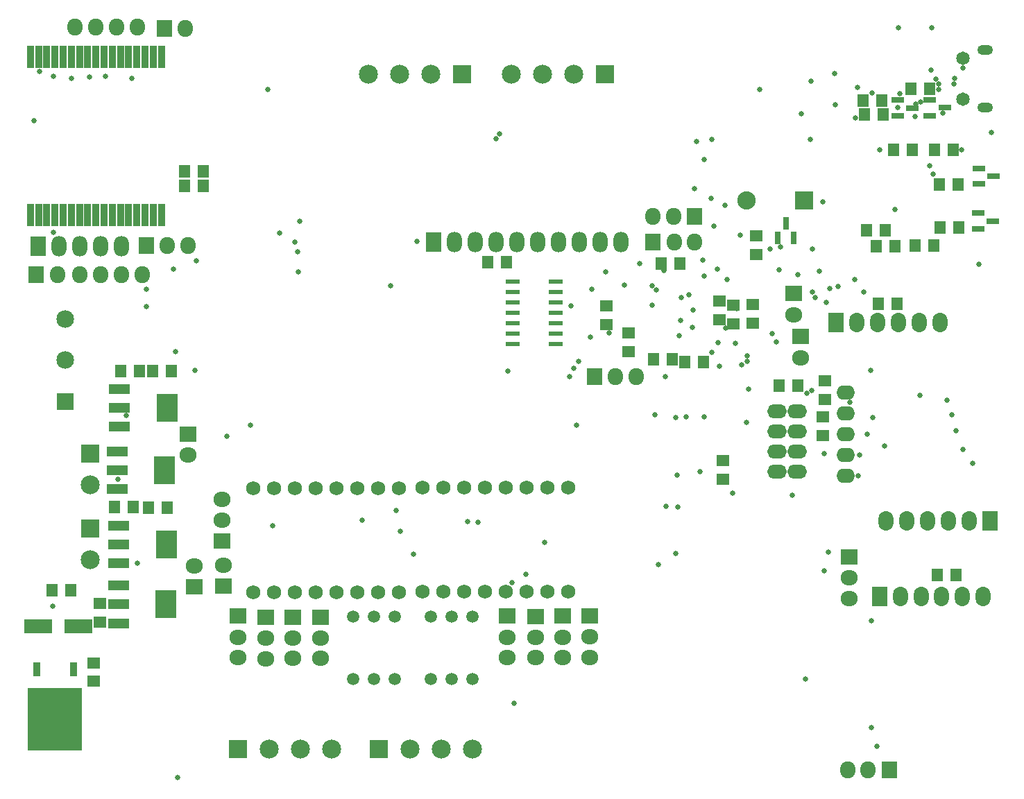
<source format=gbs>
G04*
G04 #@! TF.GenerationSoftware,Altium Limited,Altium Designer,18.1.6 (161)*
G04*
G04 Layer_Color=16711935*
%FSTAX24Y24*%
%MOIN*%
G70*
G01*
G75*
%ADD49R,0.0630X0.0580*%
%ADD52R,0.0580X0.0630*%
%ADD59R,0.0600X0.0300*%
%ADD65O,0.0750X0.0480*%
%ADD66C,0.0320*%
%ADD67C,0.0650*%
%ADD68O,0.0730X0.0830*%
%ADD69R,0.0730X0.0830*%
%ADD70O,0.0830X0.0730*%
%ADD71R,0.0830X0.0730*%
%ADD72R,0.0880X0.0880*%
%ADD73C,0.0880*%
%ADD74O,0.0940X0.0680*%
%ADD75C,0.0907*%
%ADD76R,0.0907X0.0907*%
%ADD77O,0.0730X0.0980*%
%ADD78R,0.0730X0.0980*%
%ADD79O,0.0730X0.0930*%
%ADD80R,0.0730X0.0930*%
%ADD81O,0.0730X0.0930*%
%ADD82R,0.0730X0.0930*%
%ADD83R,0.0907X0.0907*%
%ADD84C,0.0680*%
%ADD85C,0.0592*%
%ADD86C,0.0848*%
%ADD87R,0.0848X0.0848*%
%ADD88C,0.0257*%
%ADD115R,0.0370X0.0670*%
%ADD116R,0.2620X0.3040*%
%ADD120R,0.0670X0.0210*%
%ADD123R,0.1320X0.0710*%
%ADD124R,0.1025X0.0474*%
%ADD125R,0.1025X0.1379*%
%ADD126R,0.0336X0.1080*%
%ADD127R,0.0300X0.0600*%
%ADD128O,0.0880X0.0680*%
D49*
X003425Y007868D02*
D03*
Y006969D02*
D03*
X00374Y010709D02*
D03*
Y009809D02*
D03*
X033661Y016698D02*
D03*
Y017598D02*
D03*
X035276Y02748D02*
D03*
Y02838D02*
D03*
X035118Y025079D02*
D03*
Y024179D02*
D03*
X028071Y025034D02*
D03*
Y024134D02*
D03*
X034183Y025054D02*
D03*
Y024154D02*
D03*
X029134Y023735D02*
D03*
Y022835D02*
D03*
X033504Y024356D02*
D03*
Y025256D02*
D03*
X038583Y021417D02*
D03*
Y020517D02*
D03*
X038465Y019685D02*
D03*
Y018785D02*
D03*
D52*
X001423Y011339D02*
D03*
X002323D02*
D03*
X006963Y015315D02*
D03*
X006063D02*
D03*
X00716Y02189D02*
D03*
X00626D02*
D03*
X005624D02*
D03*
X004724D02*
D03*
X005349Y015354D02*
D03*
X004449D02*
D03*
X007795Y031476D02*
D03*
X008695D02*
D03*
X007801Y030787D02*
D03*
X008701D02*
D03*
X023262Y027126D02*
D03*
X022362D02*
D03*
X031591Y027049D02*
D03*
X030691D02*
D03*
X03035Y022441D02*
D03*
X03125D02*
D03*
X03185Y022333D02*
D03*
X03275D02*
D03*
X044882Y012087D02*
D03*
X043982D02*
D03*
X041142Y025118D02*
D03*
X042042D02*
D03*
X036378Y021181D02*
D03*
X037278D02*
D03*
X044994Y02878D02*
D03*
X044094D02*
D03*
X044061Y030866D02*
D03*
X044961D02*
D03*
X041294Y034882D02*
D03*
X040394D02*
D03*
X041378Y034213D02*
D03*
X040478D02*
D03*
X043587Y035453D02*
D03*
X042687D02*
D03*
X041457Y028661D02*
D03*
X040557D02*
D03*
X043819Y027913D02*
D03*
X042919D02*
D03*
X041929Y027874D02*
D03*
X041029D02*
D03*
X044724Y03252D02*
D03*
X043824D02*
D03*
X042756D02*
D03*
X041856D02*
D03*
D59*
X046633Y029094D02*
D03*
X045927Y029469D02*
D03*
Y028719D02*
D03*
X046672Y03126D02*
D03*
X045966Y031635D02*
D03*
Y030885D02*
D03*
X042775Y034528D02*
D03*
X042069Y034903D02*
D03*
Y034153D02*
D03*
X044321Y034537D02*
D03*
X043615Y034912D02*
D03*
Y034162D02*
D03*
D65*
X04627Y037323D02*
D03*
Y034567D02*
D03*
D66*
X046405Y037323D02*
D03*
X046135D02*
D03*
X046405Y034567D02*
D03*
X046135D02*
D03*
D67*
X045207Y036929D02*
D03*
Y034961D02*
D03*
D68*
X032309Y028071D02*
D03*
X031329D02*
D03*
X031299Y029331D02*
D03*
X030319D02*
D03*
X028508Y021614D02*
D03*
X029488D02*
D03*
X001693Y026535D02*
D03*
X00553Y038406D02*
D03*
X00452D02*
D03*
X00354D02*
D03*
X00253D02*
D03*
X006978Y027913D02*
D03*
X007958D02*
D03*
X007844Y038366D02*
D03*
X002774Y026535D02*
D03*
X003784D02*
D03*
X004764D02*
D03*
X005774D02*
D03*
X040644Y002717D02*
D03*
X039664D02*
D03*
D69*
X030319Y028071D02*
D03*
X032309Y029331D02*
D03*
X027498Y021614D02*
D03*
X000683Y026535D02*
D03*
X005968Y027913D02*
D03*
X006834Y038366D02*
D03*
X041654Y002717D02*
D03*
D70*
X007958Y017848D02*
D03*
X037392Y022533D02*
D03*
X037077Y0246D02*
D03*
X008268Y01252D02*
D03*
X009685Y012559D02*
D03*
X009606Y014734D02*
D03*
Y015714D02*
D03*
X012992Y009051D02*
D03*
Y008071D02*
D03*
X014331Y009051D02*
D03*
Y008071D02*
D03*
X010354Y009094D02*
D03*
Y008114D02*
D03*
X011693Y009045D02*
D03*
Y008065D02*
D03*
X024685Y009084D02*
D03*
Y008104D02*
D03*
X023307Y009094D02*
D03*
Y008114D02*
D03*
X027283Y009108D02*
D03*
Y008128D02*
D03*
X025984Y009094D02*
D03*
Y008114D02*
D03*
X039724Y011943D02*
D03*
Y010963D02*
D03*
D71*
X007958Y018858D02*
D03*
X037392Y023543D02*
D03*
X037077Y02561D02*
D03*
X008268Y01151D02*
D03*
X009685Y011549D02*
D03*
X009606Y013724D02*
D03*
X012992Y010061D02*
D03*
X014331D02*
D03*
X010354Y010104D02*
D03*
X011693Y010055D02*
D03*
X024685Y010094D02*
D03*
X023307Y010104D02*
D03*
X027283Y010118D02*
D03*
X025984Y010104D02*
D03*
X039724Y012953D02*
D03*
D72*
X037581Y030089D02*
D03*
D73*
X034793D02*
D03*
D74*
X036276Y019961D02*
D03*
X037244D02*
D03*
X036276Y018992D02*
D03*
X037244D02*
D03*
X036276Y018024D02*
D03*
X037244D02*
D03*
X036276Y017055D02*
D03*
X037244D02*
D03*
D75*
X023514Y036165D02*
D03*
X025014D02*
D03*
X026514D02*
D03*
X016648D02*
D03*
X018148D02*
D03*
X019648D02*
D03*
X003258Y012833D02*
D03*
X003255Y016415D02*
D03*
X02162Y00373D02*
D03*
X02012D02*
D03*
X01862D02*
D03*
X014878D02*
D03*
X013378D02*
D03*
X011878D02*
D03*
D76*
X028014Y036165D02*
D03*
X021148D02*
D03*
X01712Y00373D02*
D03*
X010378D02*
D03*
D77*
X028764Y028071D02*
D03*
X027764D02*
D03*
X025764D02*
D03*
X023764D02*
D03*
X020764D02*
D03*
X021764D02*
D03*
X022764D02*
D03*
X024764D02*
D03*
X026764D02*
D03*
X004756Y027874D02*
D03*
X001756D02*
D03*
X002756D02*
D03*
X003756D02*
D03*
D78*
X019764Y028071D02*
D03*
X000756Y027874D02*
D03*
D79*
X042512Y014685D02*
D03*
X045512D02*
D03*
X044512D02*
D03*
X043512D02*
D03*
X041512D02*
D03*
D80*
X046512D02*
D03*
D81*
X04411Y024232D02*
D03*
X04311D02*
D03*
X04211D02*
D03*
X04111D02*
D03*
X04011D02*
D03*
X046154Y011063D02*
D03*
X045165D02*
D03*
X044177D02*
D03*
X043189D02*
D03*
X042201D02*
D03*
D82*
X03911Y024232D02*
D03*
X041213Y011063D02*
D03*
D83*
X003258Y014333D02*
D03*
X003255Y017915D02*
D03*
D84*
X011118Y01626D02*
D03*
Y01126D02*
D03*
X012118D02*
D03*
X013118D02*
D03*
X014118D02*
D03*
X015118D02*
D03*
X016118D02*
D03*
X017118D02*
D03*
X018118D02*
D03*
Y01626D02*
D03*
X017118D02*
D03*
X016118D02*
D03*
X015118D02*
D03*
X014118D02*
D03*
X013118D02*
D03*
X012118D02*
D03*
X026228Y011299D02*
D03*
Y016299D02*
D03*
X025228D02*
D03*
X024228D02*
D03*
X023228D02*
D03*
X022228D02*
D03*
X021228D02*
D03*
X020228D02*
D03*
X019228D02*
D03*
Y011299D02*
D03*
X020228D02*
D03*
X021228D02*
D03*
X022228D02*
D03*
X023228D02*
D03*
X024228D02*
D03*
X025228D02*
D03*
D85*
X01589Y010083D02*
D03*
X01689D02*
D03*
X01789D02*
D03*
Y007083D02*
D03*
X01689D02*
D03*
X01589D02*
D03*
X01963Y010083D02*
D03*
X02063D02*
D03*
X02163D02*
D03*
Y007083D02*
D03*
X02063D02*
D03*
X01963D02*
D03*
D86*
X002062Y022402D02*
D03*
Y02437D02*
D03*
D87*
Y020433D02*
D03*
D88*
X034834Y022619D02*
D03*
X034843Y022352D02*
D03*
X034578Y022176D02*
D03*
X036222Y023269D02*
D03*
X002323Y011339D02*
D03*
X039553Y019872D02*
D03*
X038459Y018785D02*
D03*
X018986Y02811D02*
D03*
X032244Y024813D02*
D03*
X034803Y019409D02*
D03*
X039783Y020374D02*
D03*
X032583Y017057D02*
D03*
X032293Y03064D02*
D03*
X030846Y026707D02*
D03*
X004724Y02189D02*
D03*
X00748Y002362D02*
D03*
X007274Y026801D02*
D03*
X013258Y026654D02*
D03*
X012381Y028521D02*
D03*
X013118Y028071D02*
D03*
X013246Y027611D02*
D03*
X017717Y025984D02*
D03*
X023622Y005906D02*
D03*
X035433Y035433D02*
D03*
X011811D02*
D03*
X000827Y03627D02*
D03*
X000571Y033907D02*
D03*
X033421Y023238D02*
D03*
X033809Y023967D02*
D03*
X005984Y02498D02*
D03*
X042158Y035218D02*
D03*
X042938Y034714D02*
D03*
X043181Y034834D02*
D03*
X005959Y02581D02*
D03*
X005551Y012638D02*
D03*
X004596Y016693D02*
D03*
X00501Y019745D02*
D03*
X008297Y021929D02*
D03*
X027303Y023514D02*
D03*
X029124Y02373D02*
D03*
X030276Y025994D02*
D03*
X044252Y034291D02*
D03*
X042894Y034104D02*
D03*
X042057Y034557D02*
D03*
X045209Y036458D02*
D03*
X043681Y036358D02*
D03*
X043691Y038386D02*
D03*
X042087D02*
D03*
X031654Y025404D02*
D03*
X032028Y025561D02*
D03*
X036429Y027856D02*
D03*
X035925Y027736D02*
D03*
X034183Y024154D02*
D03*
X035108Y024183D02*
D03*
X03185Y022333D02*
D03*
X026722Y022362D02*
D03*
X03314Y022795D02*
D03*
X04312Y020709D02*
D03*
X036378Y021181D02*
D03*
X040876Y019646D02*
D03*
X001516Y028563D02*
D03*
X008711Y030778D02*
D03*
X008695Y031476D02*
D03*
X012037Y014439D02*
D03*
X017953Y015187D02*
D03*
X01817Y014193D02*
D03*
X031624Y024331D02*
D03*
X032215Y023996D02*
D03*
X031557Y023583D02*
D03*
X02819Y023712D02*
D03*
X029656Y027049D02*
D03*
X030284Y025049D02*
D03*
X030896Y021614D02*
D03*
X023327Y02188D02*
D03*
X026496Y022028D02*
D03*
X022756Y033041D02*
D03*
X013337Y029075D02*
D03*
X026378Y025034D02*
D03*
X03047Y025783D02*
D03*
X027362Y025817D02*
D03*
X038524Y012293D02*
D03*
X03873Y013199D02*
D03*
X036998Y015915D02*
D03*
X038543Y017913D02*
D03*
X034911Y021024D02*
D03*
X033496Y022127D02*
D03*
X036038Y023691D02*
D03*
X037709Y020818D02*
D03*
X040787Y004764D02*
D03*
X041063Y003868D02*
D03*
X009833Y01875D02*
D03*
X046585Y033366D02*
D03*
X04002Y034065D02*
D03*
X037431Y034262D02*
D03*
X040138Y035522D02*
D03*
X041949Y029656D02*
D03*
X041476Y028661D02*
D03*
X043839Y027894D02*
D03*
X041919Y027874D02*
D03*
X039075Y034695D02*
D03*
X044815Y035947D02*
D03*
X044035Y035699D02*
D03*
X044783Y035689D02*
D03*
X04389Y035927D02*
D03*
X045148Y03253D02*
D03*
X044026Y035413D02*
D03*
X042756Y03252D02*
D03*
X041201Y03251D02*
D03*
X04378Y031368D02*
D03*
X043612Y031752D02*
D03*
X040848Y035257D02*
D03*
X04264Y035415D02*
D03*
X040768Y021929D02*
D03*
X040423Y034872D02*
D03*
X037904Y035807D02*
D03*
X039035Y036191D02*
D03*
X008366Y027188D02*
D03*
X022933Y033278D02*
D03*
X033228Y028858D02*
D03*
X030401Y019774D02*
D03*
X026644Y019282D02*
D03*
X040423Y025683D02*
D03*
X041437Y018297D02*
D03*
X038809Y025837D02*
D03*
X038307Y026683D02*
D03*
X038622Y025197D02*
D03*
X03378Y029843D02*
D03*
X03811Y025433D02*
D03*
X040591Y018858D02*
D03*
X040242Y017858D02*
D03*
X040177Y016841D02*
D03*
X044429Y020482D02*
D03*
X044656Y019774D02*
D03*
X044882Y019006D02*
D03*
X045669Y017441D02*
D03*
X045197Y01812D02*
D03*
X031476Y0169D02*
D03*
X030581Y012579D02*
D03*
X030932Y015384D02*
D03*
X031388Y01313D02*
D03*
X031506Y015354D02*
D03*
X021398Y014646D02*
D03*
X025108Y013661D02*
D03*
X0219Y014606D02*
D03*
X023525Y011733D02*
D03*
X024209Y012126D02*
D03*
X031407Y019656D02*
D03*
X031909Y019695D02*
D03*
X032782Y019685D02*
D03*
X010974Y019291D02*
D03*
X001457Y010591D02*
D03*
X036378Y026752D02*
D03*
X032717Y027205D02*
D03*
X034259Y023213D02*
D03*
X03275Y022333D02*
D03*
X033418Y026801D02*
D03*
X033504Y025285D02*
D03*
X033671Y017608D02*
D03*
X034136Y016004D02*
D03*
X037943Y020955D02*
D03*
X037972Y025683D02*
D03*
X039213Y025965D02*
D03*
X04001Y02627D02*
D03*
X037264Y026535D02*
D03*
X034352Y024883D02*
D03*
X033865Y026273D02*
D03*
X032782Y026457D02*
D03*
X035226Y025089D02*
D03*
X034488Y028435D02*
D03*
X032411Y032904D02*
D03*
X03312Y033031D02*
D03*
X032785Y032047D02*
D03*
X0331Y030177D02*
D03*
X031604Y027018D02*
D03*
X037963Y027766D02*
D03*
X038484Y03002D02*
D03*
X037854Y033031D02*
D03*
X028937Y026024D02*
D03*
X028092Y025011D02*
D03*
X03125Y022441D02*
D03*
X037638Y007083D02*
D03*
X026299Y021614D02*
D03*
X006929Y013543D02*
D03*
X005276Y035939D02*
D03*
X002362Y035945D02*
D03*
X001496Y036043D02*
D03*
X003228Y036024D02*
D03*
X004016Y036043D02*
D03*
X028031Y026654D02*
D03*
X040787Y009882D02*
D03*
X045984Y027008D02*
D03*
X029134Y022868D02*
D03*
X007362Y022835D02*
D03*
X016339Y014734D02*
D03*
X018819Y013071D02*
D03*
D115*
X000689Y007562D02*
D03*
X002461D02*
D03*
D116*
X001575Y005157D02*
D03*
D120*
X025622Y026185D02*
D03*
Y025685D02*
D03*
Y025185D02*
D03*
Y024685D02*
D03*
Y024185D02*
D03*
Y023685D02*
D03*
Y023185D02*
D03*
X023572D02*
D03*
Y023685D02*
D03*
Y024185D02*
D03*
Y024685D02*
D03*
Y025185D02*
D03*
Y025685D02*
D03*
Y026185D02*
D03*
D123*
X002697Y009606D02*
D03*
X000768D02*
D03*
D124*
X004632Y009764D02*
D03*
Y010669D02*
D03*
Y011575D02*
D03*
X004646Y012638D02*
D03*
Y013543D02*
D03*
Y014449D02*
D03*
X004685Y019213D02*
D03*
Y020118D02*
D03*
Y021024D02*
D03*
X004567Y01622D02*
D03*
Y017126D02*
D03*
Y018032D02*
D03*
D125*
X006916Y010669D02*
D03*
X006929Y013543D02*
D03*
X006969Y020118D02*
D03*
X00685Y017126D02*
D03*
D126*
X000394Y02937D02*
D03*
X000787D02*
D03*
X001181D02*
D03*
X001575D02*
D03*
X001969D02*
D03*
X002362D02*
D03*
X002756D02*
D03*
X00315D02*
D03*
X003543D02*
D03*
X003937D02*
D03*
X004331D02*
D03*
X004724D02*
D03*
X005118D02*
D03*
X005512D02*
D03*
X005906D02*
D03*
X006299D02*
D03*
X006693D02*
D03*
Y036969D02*
D03*
X006299D02*
D03*
X005906D02*
D03*
X005512D02*
D03*
X005118D02*
D03*
X004724D02*
D03*
X004331D02*
D03*
X003937D02*
D03*
X003543D02*
D03*
X00315D02*
D03*
X002756D02*
D03*
X002362D02*
D03*
X001969D02*
D03*
X001575D02*
D03*
X001181D02*
D03*
X000787D02*
D03*
X000394D02*
D03*
D127*
X036693Y028995D02*
D03*
X036318Y028289D02*
D03*
X037068D02*
D03*
D128*
X039567Y016858D02*
D03*
Y017858D02*
D03*
Y018858D02*
D03*
Y019858D02*
D03*
Y020858D02*
D03*
M02*

</source>
